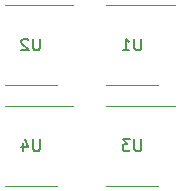
<source format=gbo>
G04 #@! TF.GenerationSoftware,KiCad,Pcbnew,7.0.10-7.0.10~ubuntu22.04.1*
G04 #@! TF.CreationDate,2024-03-22T17:45:40+01:00*
G04 #@! TF.ProjectId,dac-base-board,6461632d-6261-4736-952d-626f6172642e,v0.1*
G04 #@! TF.SameCoordinates,Original*
G04 #@! TF.FileFunction,Legend,Bot*
G04 #@! TF.FilePolarity,Positive*
%FSLAX46Y46*%
G04 Gerber Fmt 4.6, Leading zero omitted, Abs format (unit mm)*
G04 Created by KiCad (PCBNEW 7.0.10-7.0.10~ubuntu22.04.1) date 2024-03-22 17:45:40*
%MOMM*%
%LPD*%
G01*
G04 APERTURE LIST*
%ADD10C,0.150000*%
%ADD11C,0.120000*%
G04 APERTURE END LIST*
D10*
X35194404Y-47359819D02*
X35194404Y-48169342D01*
X35194404Y-48169342D02*
X35146785Y-48264580D01*
X35146785Y-48264580D02*
X35099166Y-48312200D01*
X35099166Y-48312200D02*
X35003928Y-48359819D01*
X35003928Y-48359819D02*
X34813452Y-48359819D01*
X34813452Y-48359819D02*
X34718214Y-48312200D01*
X34718214Y-48312200D02*
X34670595Y-48264580D01*
X34670595Y-48264580D02*
X34622976Y-48169342D01*
X34622976Y-48169342D02*
X34622976Y-47359819D01*
X33718214Y-47693152D02*
X33718214Y-48359819D01*
X33956309Y-47312200D02*
X34194404Y-48026485D01*
X34194404Y-48026485D02*
X33575357Y-48026485D01*
X43761904Y-47359819D02*
X43761904Y-48169342D01*
X43761904Y-48169342D02*
X43714285Y-48264580D01*
X43714285Y-48264580D02*
X43666666Y-48312200D01*
X43666666Y-48312200D02*
X43571428Y-48359819D01*
X43571428Y-48359819D02*
X43380952Y-48359819D01*
X43380952Y-48359819D02*
X43285714Y-48312200D01*
X43285714Y-48312200D02*
X43238095Y-48264580D01*
X43238095Y-48264580D02*
X43190476Y-48169342D01*
X43190476Y-48169342D02*
X43190476Y-47359819D01*
X42809523Y-47359819D02*
X42190476Y-47359819D01*
X42190476Y-47359819D02*
X42523809Y-47740771D01*
X42523809Y-47740771D02*
X42380952Y-47740771D01*
X42380952Y-47740771D02*
X42285714Y-47788390D01*
X42285714Y-47788390D02*
X42238095Y-47836009D01*
X42238095Y-47836009D02*
X42190476Y-47931247D01*
X42190476Y-47931247D02*
X42190476Y-48169342D01*
X42190476Y-48169342D02*
X42238095Y-48264580D01*
X42238095Y-48264580D02*
X42285714Y-48312200D01*
X42285714Y-48312200D02*
X42380952Y-48359819D01*
X42380952Y-48359819D02*
X42666666Y-48359819D01*
X42666666Y-48359819D02*
X42761904Y-48312200D01*
X42761904Y-48312200D02*
X42809523Y-48264580D01*
X35194404Y-38824819D02*
X35194404Y-39634342D01*
X35194404Y-39634342D02*
X35146785Y-39729580D01*
X35146785Y-39729580D02*
X35099166Y-39777200D01*
X35099166Y-39777200D02*
X35003928Y-39824819D01*
X35003928Y-39824819D02*
X34813452Y-39824819D01*
X34813452Y-39824819D02*
X34718214Y-39777200D01*
X34718214Y-39777200D02*
X34670595Y-39729580D01*
X34670595Y-39729580D02*
X34622976Y-39634342D01*
X34622976Y-39634342D02*
X34622976Y-38824819D01*
X34194404Y-38920057D02*
X34146785Y-38872438D01*
X34146785Y-38872438D02*
X34051547Y-38824819D01*
X34051547Y-38824819D02*
X33813452Y-38824819D01*
X33813452Y-38824819D02*
X33718214Y-38872438D01*
X33718214Y-38872438D02*
X33670595Y-38920057D01*
X33670595Y-38920057D02*
X33622976Y-39015295D01*
X33622976Y-39015295D02*
X33622976Y-39110533D01*
X33622976Y-39110533D02*
X33670595Y-39253390D01*
X33670595Y-39253390D02*
X34242023Y-39824819D01*
X34242023Y-39824819D02*
X33622976Y-39824819D01*
X43761904Y-38824819D02*
X43761904Y-39634342D01*
X43761904Y-39634342D02*
X43714285Y-39729580D01*
X43714285Y-39729580D02*
X43666666Y-39777200D01*
X43666666Y-39777200D02*
X43571428Y-39824819D01*
X43571428Y-39824819D02*
X43380952Y-39824819D01*
X43380952Y-39824819D02*
X43285714Y-39777200D01*
X43285714Y-39777200D02*
X43238095Y-39729580D01*
X43238095Y-39729580D02*
X43190476Y-39634342D01*
X43190476Y-39634342D02*
X43190476Y-38824819D01*
X42190476Y-39824819D02*
X42761904Y-39824819D01*
X42476190Y-39824819D02*
X42476190Y-38824819D01*
X42476190Y-38824819D02*
X42571428Y-38967676D01*
X42571428Y-38967676D02*
X42666666Y-39062914D01*
X42666666Y-39062914D02*
X42761904Y-39110533D01*
D11*
X34432500Y-44520000D02*
X32232500Y-44520000D01*
X34432500Y-44520000D02*
X38032500Y-44520000D01*
X34432500Y-51290000D02*
X32232500Y-51290000D01*
X34432500Y-51290000D02*
X36632500Y-51290000D01*
X43000000Y-44520000D02*
X40800000Y-44520000D01*
X43000000Y-44520000D02*
X46600000Y-44520000D01*
X43000000Y-51290000D02*
X40800000Y-51290000D01*
X43000000Y-51290000D02*
X45200000Y-51290000D01*
X34432500Y-42755000D02*
X36632500Y-42755000D01*
X34432500Y-42755000D02*
X32232500Y-42755000D01*
X34432500Y-35985000D02*
X38032500Y-35985000D01*
X34432500Y-35985000D02*
X32232500Y-35985000D01*
X43000000Y-42755000D02*
X45200000Y-42755000D01*
X43000000Y-42755000D02*
X40800000Y-42755000D01*
X43000000Y-35985000D02*
X46600000Y-35985000D01*
X43000000Y-35985000D02*
X40800000Y-35985000D01*
M02*

</source>
